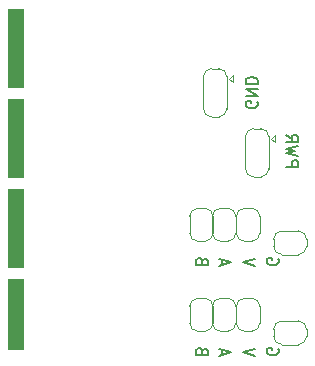
<source format=gbr>
%TF.GenerationSoftware,KiCad,Pcbnew,(5.1.6-0)*%
%TF.CreationDate,2022-05-02T22:38:42-07:00*%
%TF.ProjectId,rio-proto,72696f2d-7072-46f7-946f-2e6b69636164,rev?*%
%TF.SameCoordinates,PX87a6900PY757baf0*%
%TF.FileFunction,Legend,Bot*%
%TF.FilePolarity,Positive*%
%FSLAX46Y46*%
G04 Gerber Fmt 4.6, Leading zero omitted, Abs format (unit mm)*
G04 Created by KiCad (PCBNEW (5.1.6-0)) date 2022-05-02 22:38:42*
%MOMM*%
%LPD*%
G01*
G04 APERTURE LIST*
%ADD10C,0.100000*%
%ADD11C,0.150000*%
%ADD12C,0.120000*%
G04 APERTURE END LIST*
D10*
G36*
X1397000Y23368000D02*
G01*
X127000Y23368000D01*
X127000Y29972000D01*
X1397000Y29972000D01*
X1397000Y23368000D01*
G37*
X1397000Y23368000D02*
X127000Y23368000D01*
X127000Y29972000D01*
X1397000Y29972000D01*
X1397000Y23368000D01*
G36*
X1397000Y15748000D02*
G01*
X127000Y15748000D01*
X127000Y22352000D01*
X1397000Y22352000D01*
X1397000Y15748000D01*
G37*
X1397000Y15748000D02*
X127000Y15748000D01*
X127000Y22352000D01*
X1397000Y22352000D01*
X1397000Y15748000D01*
G36*
X1397000Y8128000D02*
G01*
X127000Y8128000D01*
X127000Y14732000D01*
X1397000Y14732000D01*
X1397000Y8128000D01*
G37*
X1397000Y8128000D02*
X127000Y8128000D01*
X127000Y14732000D01*
X1397000Y14732000D01*
X1397000Y8128000D01*
G36*
X1397000Y1143000D02*
G01*
X127000Y1143000D01*
X127000Y7112000D01*
X1397000Y7112000D01*
X1397000Y1143000D01*
G37*
X1397000Y1143000D02*
X127000Y1143000D01*
X127000Y7112000D01*
X1397000Y7112000D01*
X1397000Y1143000D01*
D11*
X22979000Y8808405D02*
X23026619Y8713167D01*
X23026619Y8570310D01*
X22979000Y8427453D01*
X22883761Y8332215D01*
X22788523Y8284596D01*
X22598047Y8236977D01*
X22455190Y8236977D01*
X22264714Y8284596D01*
X22169476Y8332215D01*
X22074238Y8427453D01*
X22026619Y8570310D01*
X22026619Y8665548D01*
X22074238Y8808405D01*
X22121857Y8856024D01*
X22455190Y8856024D01*
X22455190Y8665548D01*
X20994619Y8157596D02*
X19994619Y8490929D01*
X20994619Y8824262D01*
X16581428Y8617929D02*
X16533809Y8760786D01*
X16486190Y8808405D01*
X16390952Y8856024D01*
X16248095Y8856024D01*
X16152857Y8808405D01*
X16105238Y8760786D01*
X16057619Y8665548D01*
X16057619Y8284596D01*
X17057619Y8284596D01*
X17057619Y8617929D01*
X17010000Y8713167D01*
X16962380Y8760786D01*
X16867142Y8808405D01*
X16771904Y8808405D01*
X16676666Y8760786D01*
X16629047Y8713167D01*
X16581428Y8617929D01*
X16581428Y8284596D01*
X18248333Y8252834D02*
X18248333Y8729024D01*
X17962619Y8157596D02*
X18962619Y8490929D01*
X17962619Y8824262D01*
X16581428Y997929D02*
X16533809Y1140786D01*
X16486190Y1188405D01*
X16390952Y1236024D01*
X16248095Y1236024D01*
X16152857Y1188405D01*
X16105238Y1140786D01*
X16057619Y1045548D01*
X16057619Y664596D01*
X17057619Y664596D01*
X17057619Y997929D01*
X17010000Y1093167D01*
X16962380Y1140786D01*
X16867142Y1188405D01*
X16771904Y1188405D01*
X16676666Y1140786D01*
X16629047Y1093167D01*
X16581428Y997929D01*
X16581428Y664596D01*
X18248333Y632834D02*
X18248333Y1109024D01*
X17962619Y537596D02*
X18962619Y870929D01*
X17962619Y1204262D01*
X20994619Y537596D02*
X19994619Y870929D01*
X20994619Y1204262D01*
X22979000Y1188405D02*
X23026619Y1093167D01*
X23026619Y950310D01*
X22979000Y807453D01*
X22883761Y712215D01*
X22788523Y664596D01*
X22598047Y616977D01*
X22455190Y616977D01*
X22264714Y664596D01*
X22169476Y712215D01*
X22074238Y807453D01*
X22026619Y950310D01*
X22026619Y1045548D01*
X22074238Y1188405D01*
X22121857Y1236024D01*
X22455190Y1236024D01*
X22455190Y1045548D01*
X23677619Y16573667D02*
X24677619Y16573667D01*
X24677619Y16954620D01*
X24630000Y17049858D01*
X24582380Y17097477D01*
X24487142Y17145096D01*
X24344285Y17145096D01*
X24249047Y17097477D01*
X24201428Y17049858D01*
X24153809Y16954620D01*
X24153809Y16573667D01*
X24677619Y17478429D02*
X23677619Y17716524D01*
X24391904Y17907000D01*
X23677619Y18097477D01*
X24677619Y18335572D01*
X23677619Y19287953D02*
X24153809Y18954620D01*
X23677619Y18716524D02*
X24677619Y18716524D01*
X24677619Y19097477D01*
X24630000Y19192715D01*
X24582380Y19240334D01*
X24487142Y19287953D01*
X24344285Y19287953D01*
X24249047Y19240334D01*
X24201428Y19192715D01*
X24153809Y19097477D01*
X24153809Y18716524D01*
X21201000Y22098096D02*
X21248619Y22002858D01*
X21248619Y21860000D01*
X21201000Y21717143D01*
X21105761Y21621905D01*
X21010523Y21574286D01*
X20820047Y21526667D01*
X20677190Y21526667D01*
X20486714Y21574286D01*
X20391476Y21621905D01*
X20296238Y21717143D01*
X20248619Y21860000D01*
X20248619Y21955239D01*
X20296238Y22098096D01*
X20343857Y22145715D01*
X20677190Y22145715D01*
X20677190Y21955239D01*
X20248619Y22574286D02*
X21248619Y22574286D01*
X20248619Y23145715D01*
X21248619Y23145715D01*
X20248619Y23621905D02*
X21248619Y23621905D01*
X21248619Y23860000D01*
X21201000Y24002858D01*
X21105761Y24098096D01*
X21010523Y24145715D01*
X20820047Y24193334D01*
X20677190Y24193334D01*
X20486714Y24145715D01*
X20391476Y24098096D01*
X20296238Y24002858D01*
X20248619Y23860000D01*
X20248619Y23621905D01*
D12*
%TO.C,REF\u002A\u002A*%
X22603000Y2840000D02*
X22603000Y2240000D01*
X24703000Y3540000D02*
X23303000Y3540000D01*
X25403000Y2240000D02*
X25403000Y2840000D01*
X23303000Y1540000D02*
X24703000Y1540000D01*
X24703000Y1540000D02*
G75*
G03*
X25403000Y2240000I0J700000D01*
G01*
X25403000Y2840000D02*
G75*
G03*
X24703000Y3540000I-700000J0D01*
G01*
X23303000Y3540000D02*
G75*
G03*
X22603000Y2840000I0J-700000D01*
G01*
X22603000Y2240000D02*
G75*
G03*
X23303000Y1540000I700000J0D01*
G01*
X23303000Y9160000D02*
X24703000Y9160000D01*
X25403000Y9860000D02*
X25403000Y10460000D01*
X24703000Y11160000D02*
X23303000Y11160000D01*
X22603000Y10460000D02*
X22603000Y9860000D01*
X22603000Y9860000D02*
G75*
G03*
X23303000Y9160000I700000J0D01*
G01*
X23303000Y11160000D02*
G75*
G03*
X22603000Y10460000I0J-700000D01*
G01*
X25403000Y10460000D02*
G75*
G03*
X24703000Y11160000I-700000J0D01*
G01*
X24703000Y9160000D02*
G75*
G03*
X25403000Y9860000I0J700000D01*
G01*
X22409000Y18980000D02*
X22709000Y18680000D01*
X22709000Y19280000D02*
X22709000Y18680000D01*
X22409000Y18980000D02*
X22709000Y19280000D01*
X21509000Y19830000D02*
X20909000Y19830000D01*
X22209000Y16380000D02*
X22209000Y19180000D01*
X20909000Y15730000D02*
X21509000Y15730000D01*
X20209000Y19180000D02*
X20209000Y16380000D01*
X20209000Y16430000D02*
G75*
G03*
X20909000Y15730000I700000J0D01*
G01*
X21509000Y15730000D02*
G75*
G03*
X22209000Y16430000I0J700000D01*
G01*
X22209000Y19130000D02*
G75*
G03*
X21509000Y19830000I-700000J0D01*
G01*
X20909000Y19830000D02*
G75*
G03*
X20209000Y19130000I0J-700000D01*
G01*
X16195000Y10284000D02*
X16795000Y10284000D01*
X15495000Y12384000D02*
X15495000Y10984000D01*
X16795000Y13084000D02*
X16195000Y13084000D01*
X17495000Y10984000D02*
X17495000Y12384000D01*
X17495000Y12384000D02*
G75*
G03*
X16795000Y13084000I-700000J0D01*
G01*
X16195000Y13084000D02*
G75*
G03*
X15495000Y12384000I0J-700000D01*
G01*
X15495000Y10984000D02*
G75*
G03*
X16195000Y10284000I700000J0D01*
G01*
X16795000Y10284000D02*
G75*
G03*
X17495000Y10984000I0J700000D01*
G01*
X19415000Y10984000D02*
X19415000Y12384000D01*
X18715000Y13084000D02*
X18115000Y13084000D01*
X17415000Y12384000D02*
X17415000Y10984000D01*
X18115000Y10284000D02*
X18715000Y10284000D01*
X18715000Y10284000D02*
G75*
G03*
X19415000Y10984000I0J700000D01*
G01*
X17415000Y10984000D02*
G75*
G03*
X18115000Y10284000I700000J0D01*
G01*
X18115000Y13084000D02*
G75*
G03*
X17415000Y12384000I0J-700000D01*
G01*
X19415000Y12384000D02*
G75*
G03*
X18715000Y13084000I-700000J0D01*
G01*
X20147000Y10284000D02*
X20747000Y10284000D01*
X19447000Y12384000D02*
X19447000Y10984000D01*
X20747000Y13084000D02*
X20147000Y13084000D01*
X21447000Y10984000D02*
X21447000Y12384000D01*
X21447000Y12384000D02*
G75*
G03*
X20747000Y13084000I-700000J0D01*
G01*
X20147000Y13084000D02*
G75*
G03*
X19447000Y12384000I0J-700000D01*
G01*
X19447000Y10984000D02*
G75*
G03*
X20147000Y10284000I700000J0D01*
G01*
X20747000Y10284000D02*
G75*
G03*
X21447000Y10984000I0J700000D01*
G01*
X21447000Y3364000D02*
X21447000Y4764000D01*
X20747000Y5464000D02*
X20147000Y5464000D01*
X19447000Y4764000D02*
X19447000Y3364000D01*
X20147000Y2664000D02*
X20747000Y2664000D01*
X20747000Y2664000D02*
G75*
G03*
X21447000Y3364000I0J700000D01*
G01*
X19447000Y3364000D02*
G75*
G03*
X20147000Y2664000I700000J0D01*
G01*
X20147000Y5464000D02*
G75*
G03*
X19447000Y4764000I0J-700000D01*
G01*
X21447000Y4764000D02*
G75*
G03*
X20747000Y5464000I-700000J0D01*
G01*
X18115000Y2664000D02*
X18715000Y2664000D01*
X17415000Y4764000D02*
X17415000Y3364000D01*
X18715000Y5464000D02*
X18115000Y5464000D01*
X19415000Y3364000D02*
X19415000Y4764000D01*
X19415000Y4764000D02*
G75*
G03*
X18715000Y5464000I-700000J0D01*
G01*
X18115000Y5464000D02*
G75*
G03*
X17415000Y4764000I0J-700000D01*
G01*
X17415000Y3364000D02*
G75*
G03*
X18115000Y2664000I700000J0D01*
G01*
X18715000Y2664000D02*
G75*
G03*
X19415000Y3364000I0J700000D01*
G01*
X17495000Y3364000D02*
X17495000Y4764000D01*
X16795000Y5464000D02*
X16195000Y5464000D01*
X15495000Y4764000D02*
X15495000Y3364000D01*
X16195000Y2664000D02*
X16795000Y2664000D01*
X16795000Y2664000D02*
G75*
G03*
X17495000Y3364000I0J700000D01*
G01*
X15495000Y3364000D02*
G75*
G03*
X16195000Y2664000I700000J0D01*
G01*
X16195000Y5464000D02*
G75*
G03*
X15495000Y4764000I0J-700000D01*
G01*
X17495000Y4764000D02*
G75*
G03*
X16795000Y5464000I-700000J0D01*
G01*
X16653000Y24260000D02*
X16653000Y21460000D01*
X17353000Y20810000D02*
X17953000Y20810000D01*
X18653000Y21460000D02*
X18653000Y24260000D01*
X17953000Y24910000D02*
X17353000Y24910000D01*
X18853000Y24060000D02*
X19153000Y24360000D01*
X19153000Y24360000D02*
X19153000Y23760000D01*
X18853000Y24060000D02*
X19153000Y23760000D01*
X17353000Y24910000D02*
G75*
G03*
X16653000Y24210000I0J-700000D01*
G01*
X18653000Y24210000D02*
G75*
G03*
X17953000Y24910000I-700000J0D01*
G01*
X17953000Y20810000D02*
G75*
G03*
X18653000Y21510000I0J700000D01*
G01*
X16653000Y21510000D02*
G75*
G03*
X17353000Y20810000I700000J0D01*
G01*
%TD*%
M02*

</source>
